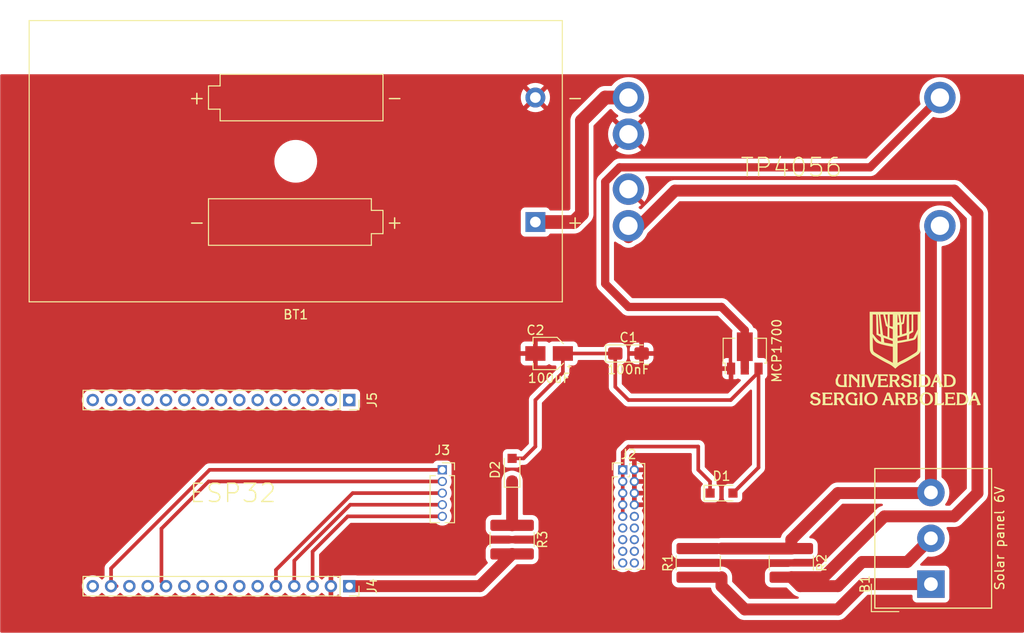
<source format=kicad_pcb>
(kicad_pcb (version 20211014) (generator pcbnew)
  (layers (0 "F.Cu" signal) (31 "B.Cu" signal) (34 "B.Paste" user) (35 "F.Paste" user) (36 "B.SilkS" user "B.Silkscreen") (37 "F.SilkS" user "F.Silkscreen") (38 "B.Mask" user) (39 "F.Mask" user) (44 "Edge.Cuts" user))
  (net 0 "")
  (net 1 "/Vout")
  (net 2 "GND")
  (net 3 "/VBAT")
  (net 4 "/VBMP")
  (net 5 "Net-(D2-Pad1)")
  (net 6 "Net-(J1-Pad1)")
  (net 7 "Net-(J1-Pad2)")
  (net 8 "Net-(J1-Pad3)")
  (net 9 "/SCL_BMP")
  (net 10 "/SDA_BMP")
  (net 11 "/Data_KY")
  (net 12 "/Data_YL")
  (net 13 "/Data_DHT")
  (net 14 "Net-(J4-Pad1)")
  (net 38 "Net-(U4-Pad3)")
  (footprint "Capacitor_Tantalum_SMD:CP_EIA-3216-18_Kemet-A_Pad1.58x1.35mm_HandSolder" (layer "F.Cu") (at 93.98 55.88)
    (fp_text reference "C1" (at 0 -1.75) (layer "F.SilkS"))
    (fp_text value "100nF" (at 0 1.75) (layer "F.SilkS"))
    (pad "1" smd roundrect (at -1.4375 0) (size 1.575 1.35) (layers "F.Cu" "F.Paste" "F.Mask") (roundrect_rratio 0.185185) (net 1 "/Vout"))
    (pad "2" smd roundrect (at 1.4375 0) (size 1.575 1.35) (layers "F.Cu" "F.Paste" "F.Mask") (roundrect_rratio 0.185185) (net 2 "GND"))
  )
  (footprint "Resistor_SMD:R_1218_3246Metric_Pad1.22x4.75mm_HandSolder" (layer "F.Cu") (at 101.6 78.74 90)
    (fp_text reference "R1" (at 0 -3.32 90) (layer "F.SilkS"))
    (fp_text value "2k")
    (pad "1" smd roundrect (at -1.5625 0 90) (size 1.225 4.75) (layers "F.Cu" "F.Paste" "F.Mask") (roundrect_rratio 0.204082) (net 6 "Net-(J1-Pad1)"))
    (pad "2" smd roundrect (at 1.5625 0 90) (size 1.225 4.75) (layers "F.Cu" "F.Paste" "F.Mask") (roundrect_rratio 0.204082) (net 8 "Net-(J1-Pad3)"))
  )
  (footprint "Diode_SMD:D_SOD-323_HandSoldering" (layer "F.Cu") (at 81.28 68.58 90)
    (fp_text reference "D2" (at 0 -1.85 90) (layer "F.SilkS"))
    (fp_text value "1N4001")
    (pad "1" smd rect (at -1.25 0 90) (size 1 1) (layers "F.Cu" "F.Paste" "F.Mask") (net 5 "Net-(D2-Pad1)"))
    (pad "2" smd rect (at 1.25 0 90) (size 1 1) (layers "F.Cu" "F.Paste" "F.Mask") (net 1 "/Vout"))
  )
  (footprint "Resistor_SMD:R_1218_3246Metric_Pad1.22x4.75mm_HandSolder" (layer "F.Cu") (at 81.28 76.2 -90)
    (fp_text reference "R3" (at 0 -3.32 90) (layer "F.SilkS"))
    (fp_text value "47")
    (pad "1" smd roundrect (at -1.5625 0 270) (size 1.225 4.75) (layers "F.Cu" "F.Paste" "F.Mask") (roundrect_rratio 0.204082) (net 5 "Net-(D2-Pad1)"))
    (pad "2" smd roundrect (at 1.5625 0 270) (size 1.225 4.75) (layers "F.Cu" "F.Paste" "F.Mask") (roundrect_rratio 0.204082) (net 14 "Net-(J4-Pad1)"))
  )
  (footprint "Package_TO_SOT_SMD:SOT-89-3" (layer "F.Cu") (at 106.68 55.88 90)
    (fp_text reference "U7" hide)
    (fp_text value "MCP1700" (at 0.3 3.5 90) (layer "F.SilkS"))
    (pad "1" smd rect (at -1.65 -1.5 90) (size 1.3 0.9) (layers "F.Cu" "F.Paste" "F.Mask") (net 2 "GND"))
    (pad "2" smd custom (at -1.5625 0 90) (size 1.475 0.9) (layers "F.Cu" "F.Paste" "F.Mask") (net 38 "Net-(U4-Pad3)") (options (clearance outline) (anchor rect)) (primitives (gr_poly (pts (xy 3.8625 0.8665) (xy 0.7375 0.8665) (xy 0.7375 -0.8665) (xy 3.8625 -0.8665)) (width 0) (fill yes))))
    (pad "3" smd rect (at -1.65 1.5 90) (size 1.3 0.9) (layers "F.Cu" "F.Paste" "F.Mask") (net 1 "/Vout"))
  )
  (footprint "Pines:SERGIO" (layer "F.Cu") (at 123 57)
    (fp_text reference "G***" hide)
    (fp_text value "LOGO" hide)
  )
  (footprint "Diode_SMD:D_SOD-323_HandSoldering" (layer "F.Cu") (at 104.14 71.12)
    (fp_text reference "D1" (at 0 -1.85) (layer "F.SilkS"))
    (fp_text value "1N4001")
    (pad "1" smd rect (at -1.25 0) (size 1 1) (layers "F.Cu" "F.Paste" "F.Mask") (net 4 "/VBMP"))
    (pad "2" smd rect (at 1.25 0) (size 1 1) (layers "F.Cu" "F.Paste" "F.Mask") (net 1 "/Vout"))
  )
  (footprint "Connector_PinSocket_2.00mm:PinSocket_1x15_P2.00mm_Vertical" (layer "F.Cu") (at 63.5 60.96 -90)
    (fp_text reference "J5" (at 0 -2.5 90) (layer "F.SilkS"))
    (fp_text value "ESP32")
    (pad "1" thru_hole rect (at 0 0 270) (size 1.35 1.35) (drill 0.8) (layers *.Cu *.Mask))
    (pad "2" thru_hole oval (at 0 2 270) (size 1.35 1.35) (drill 0.8) (layers *.Cu *.Mask))
    (pad "3" thru_hole oval (at 0 4 270) (size 1.35 1.35) (drill 0.8) (layers *.Cu *.Mask))
    (pad "4" thru_hole oval (at 0 6 270) (size 1.35 1.35) (drill 0.8) (layers *.Cu *.Mask))
    (pad "5" thru_hole oval (at 0 8 270) (size 1.35 1.35) (drill 0.8) (layers *.Cu *.Mask))
    (pad "6" thru_hole oval (at 0 10 270) (size 1.35 1.35) (drill 0.8) (layers *.Cu *.Mask))
    (pad "7" thru_hole oval (at 0 12 270) (size 1.35 1.35) (drill 0.8) (layers *.Cu *.Mask))
    (pad "8" thru_hole oval (at 0 14 270) (size 1.35 1.35) (drill 0.8) (layers *.Cu *.Mask))
    (pad "9" thru_hole oval (at 0 16 270) (size 1.35 1.35) (drill 0.8) (layers *.Cu *.Mask))
    (pad "10" thru_hole oval (at 0 18 270) (size 1.35 1.35) (drill 0.8) (layers *.Cu *.Mask))
    (pad "11" thru_hole oval (at 0 20 270) (size 1.35 1.35) (drill 0.8) (layers *.Cu *.Mask))
    (pad "12" thru_hole oval (at 0 22 270) (size 1.35 1.35) (drill 0.8) (layers *.Cu *.Mask))
    (pad "13" thru_hole oval (at 0 24 270) (size 1.35 1.35) (drill 0.8) (layers *.Cu *.Mask))
    (pad "14" thru_hole oval (at 0 26 270) (size 1.35 1.35) (drill 0.8) (layers *.Cu *.Mask))
    (pad "15" thru_hole oval (at 0 28 270) (size 1.35 1.35) (drill 0.8) (layers *.Cu *.Mask))
  )
  (footprint "Connector_PinSocket_1.27mm:PinSocket_1x05_P1.27mm_Vertical" (layer "F.Cu") (at 73.66 68.58)
    (fp_text reference "J3" (at 0 -2.135) (layer "F.SilkS"))
    (fp_text value "Conn_01x05")
    (pad "1" thru_hole rect (at 0 0) (size 1 1) (drill 0.7) (layers *.Cu *.Mask) (net 9 "/SCL_BMP"))
    (pad "2" thru_hole oval (at 0 1.27) (size 1 1) (drill 0.7) (layers *.Cu *.Mask) (net 10 "/SDA_BMP"))
    (pad "3" thru_hole oval (at 0 2.54) (size 1 1) (drill 0.7) (layers *.Cu *.Mask) (net 11 "/Data_KY"))
    (pad "4" thru_hole oval (at 0 3.81) (size 1 1) (drill 0.7) (layers *.Cu *.Mask) (net 12 "/Data_YL"))
    (pad "5" thru_hole oval (at 0 5.08) (size 1 1) (drill 0.7) (layers *.Cu *.Mask) (net 13 "/Data_DHT"))
  )
  (footprint "Battery:BatteryHolder_MPD_BC2AAPC_2xAA" (layer "F.Cu") (at 83.82 41.53 180)
    (fp_text reference "BT1" (at 26.16 -10.11) (layer "F.SilkS"))
    (fp_text value "Battery_Cell")
    (fp_text user "+" (at -4.34 0) (layer "F.SilkS") (effects (font (size 1.5 1.5))))
    (fp_text user "+" (at 36.955 13.59) (layer "F.SilkS") (effects (font (size 1.5 1.5))))
    (fp_text user "+" (at 15.365 0) (layer "F.SilkS") (effects (font (size 1.5 1.5))))
    (fp_text user "-" (at 36.955 0) (layer "F.SilkS") (effects (font (size 1.5 1.5))))
    (fp_text user "-" (at 15.365 13.59) (layer "F.SilkS") (effects (font (size 1.5 1.5))))
    (fp_text user "-" (at -4.34 13.59) (layer "F.SilkS") (effects (font (size 1.5 1.5))))
    (pad "" np_thru_hole circle (at 26.16 6.63 180) (size 3.65 3.65) (drill 3.65) (layers *.Cu *.Mask))
    (pad "1" thru_hole rect (at 0 0 180) (size 2.17 2.17) (drill 1.17) (layers *.Cu *.Mask) (net 3 "/VBAT"))
    (pad "2" thru_hole circle (at 0 13.59 180) (size 2.17 2.17) (drill 1.17) (layers *.Cu *.Mask) (net 2 "GND"))
  )
  (footprint "Connector_PinSocket_2.00mm:PinSocket_1x15_P2.00mm_Vertical" (layer "F.Cu") (at 63.5 81.28 -90)
    (fp_text reference "J4" (at 0 -2.5 90) (layer "F.SilkS"))
    (fp_text value "Conn_01x15")
    (pad "1" thru_hole rect (at 0 0 270) (size 1.35 1.35) (drill 0.8) (layers *.Cu *.Mask) (net 14 "Net-(J4-Pad1)"))
    (pad "2" thru_hole oval (at 0 2 270) (size 1.35 1.35) (drill 0.8) (layers *.Cu *.Mask) (net 2 "GND"))
    (pad "3" thru_hole oval (at 0 4 270) (size 1.35 1.35) (drill 0.8) (layers *.Cu *.Mask) (net 13 "/Data_DHT"))
    (pad "4" thru_hole oval (at 0 6 270) (size 1.35 1.35) (drill 0.8) (layers *.Cu *.Mask) (net 12 "/Data_YL"))
    (pad "5" thru_hole oval (at 0 8 270) (size 1.35 1.35) (drill 0.8) (layers *.Cu *.Mask) (net 11 "/Data_KY"))
    (pad "6" thru_hole oval (at 0 10 270) (size 1.35 1.35) (drill 0.8) (layers *.Cu *.Mask))
    (pad "7" thru_hole oval (at 0 12 270) (size 1.35 1.35) (drill 0.8) (layers *.Cu *.Mask))
    (pad "8" thru_hole oval (at 0 14 270) (size 1.35 1.35) (drill 0.8) (layers *.Cu *.Mask))
    (pad "9" thru_hole oval (at 0 16 270) (size 1.35 1.35) (drill 0.8) (layers *.Cu *.Mask))
    (pad "10" thru_hole oval (at 0 18 270) (size 1.35 1.35) (drill 0.8) (layers *.Cu *.Mask))
    (pad "11" thru_hole oval (at 0 20 270) (size 1.35 1.35) (drill 0.8) (layers *.Cu *.Mask) (net 10 "/SDA_BMP"))
    (pad "12" thru_hole oval (at 0 22 270) (size 1.35 1.35) (drill 0.8) (layers *.Cu *.Mask))
    (pad "13" thru_hole oval (at 0 24 270) (size 1.35 1.35) (drill 0.8) (layers *.Cu *.Mask))
    (pad "14" thru_hole oval (at 0 26 270) (size 1.35 1.35) (drill 0.8) (layers *.Cu *.Mask) (net 9 "/SCL_BMP"))
    (pad "15" thru_hole oval (at 0 28 270) (size 1.35 1.35) (drill 0.8) (layers *.Cu *.Mask))
  )
  (footprint "Pines:TP4056" (layer "F.Cu") (at 130.98 44.94 180)
    (fp_text reference "U4" hide)
    (fp_text value "TP4056")
    (pad "1" thru_hole circle (at 3 3 180) (size 3.429 3.429) (drill 2) (layers *.Cu *.Mask) (net 8 "Net-(J1-Pad3)"))
    (pad "2" thru_hole circle (at 37 3 180) (size 3.429 3.429) (drill 2) (layers *.Cu *.Mask) (net 7 "Net-(J1-Pad2)"))
    (pad "3" thru_hole circle (at 3 17 180) (size 3.429 3.429) (drill 2) (layers *.Cu *.Mask) (net 38 "Net-(U4-Pad3)"))
    (pad "4" thru_hole circle (at 37 17 180) (size 3.429 3.429) (drill 2) (layers *.Cu *.Mask) (net 3 "/VBAT"))
    (pad "5" thru_hole circle (at 37 7 180) (size 3.429 3.429) (drill 2) (layers *.Cu *.Mask) (net 2 "GND"))
    (pad "6" thru_hole circle (at 37 13 180) (size 3.429 3.429) (drill 2) (layers *.Cu *.Mask) (net 2 "GND"))
  )
  (footprint "Resistor_SMD:R_1218_3246Metric_Pad1.22x4.75mm_HandSolder" (layer "F.Cu") (at 111.76 78.74 -90)
    (fp_text reference "R2" (at 0 -3.32 90) (layer "F.SilkS"))
    (fp_text value "2k")
    (pad "1" smd roundrect (at -1.5625 0 270) (size 1.225 4.75) (layers "F.Cu" "F.Paste" "F.Mask") (roundrect_rratio 0.204082) (net 8 "Net-(J1-Pad3)"))
    (pad "2" smd roundrect (at 1.5625 0 270) (size 1.225 4.75) (layers "F.Cu" "F.Paste" "F.Mask") (roundrect_rratio 0.204082) (net 7 "Net-(J1-Pad2)"))
  )
  (footprint "Connector_PinHeader_1.27mm:PinHeader_2x09_P1.27mm_Vertical" (layer "F.Cu") (at 93.355 68.585)
    (fp_text reference "J2" (at 0.635 -1.695) (layer "F.SilkS"))
    (fp_text value "Conn_2Rows-09Pins")
    (pad "1" thru_hole rect (at 0 0) (size 1 1) (drill 0.65) (layers *.Cu *.Mask) (net 4 "/VBMP"))
    (pad "2" thru_hole oval (at 1.27 0) (size 1 1) (drill 0.65) (layers *.Cu *.Mask) (net 2 "GND"))
    (pad "3" thru_hole oval (at 0 1.27) (size 1 1) (drill 0.65) (layers *.Cu *.Mask) (net 4 "/VBMP"))
    (pad "4" thru_hole oval (at 1.27 1.27) (size 1 1) (drill 0.65) (layers *.Cu *.Mask) (net 2 "GND"))
    (pad "5" thru_hole oval (at 0 2.54) (size 1 1) (drill 0.65) (layers *.Cu *.Mask) (net 4 "/VBMP"))
    (pad "6" thru_hole oval (at 1.27 2.54) (size 1 1) (drill 0.65) (layers *.Cu *.Mask) (net 2 "GND"))
    (pad "7" thru_hole oval (at 0 3.81) (size 1 1) (drill 0.65) (layers *.Cu *.Mask) (net 4 "/VBMP"))
    (pad "8" thru_hole oval (at 1.27 3.81) (size 1 1) (drill 0.65) (layers *.Cu *.Mask) (net 2 "GND"))
    (pad "9" thru_hole oval (at 0 5.08) (size 1 1) (drill 0.65) (layers *.Cu *.Mask) (net 4 "/VBMP"))
    (pad "10" thru_hole oval (at 1.27 5.08) (size 1 1) (drill 0.65) (layers *.Cu *.Mask))
    (pad "11" thru_hole oval (at 0 6.35) (size 1 1) (drill 0.65) (layers *.Cu *.Mask))
    (pad "12" thru_hole oval (at 1.27 6.35) (size 1 1) (drill 0.65) (layers *.Cu *.Mask))
    (pad "13" thru_hole oval (at 0 7.62) (size 1 1) (drill 0.65) (layers *.Cu *.Mask))
    (pad "14" thru_hole oval (at 1.27 7.62) (size 1 1) (drill 0.65) (layers *.Cu *.Mask))
    (pad "15" thru_hole oval (at 0 8.89) (size 1 1) (drill 0.65) (layers *.Cu *.Mask))
    (pad "16" thru_hole oval (at 1.27 8.89) (size 1 1) (drill 0.65) (layers *.Cu *.Mask))
    (pad "17" thru_hole oval (at 0 10.16) (size 1 1) (drill 0.65) (layers *.Cu *.Mask))
    (pad "18" thru_hole oval (at 1.27 10.16) (size 1 1) (drill 0.65) (layers *.Cu *.Mask))
  )
  (footprint "TerminalBlock_Altech:Altech_AK300_1x03_P5.00mm_45-Degree" (layer "F.Cu") (at 127 81.0575 90)
    (fp_text reference "B1" (at 0 -7.2 90) (layer "F.SilkS"))
    (fp_text value "Solar panel 6V" (at 5 7.5 90) (layer "F.SilkS"))
    (pad "1" thru_hole rect (at 0 0 90) (size 3 3) (drill 1.5) (layers *.Cu *.Mask) (net 6 "Net-(J1-Pad1)"))
    (pad "2" thru_hole circle (at 5 0 90) (size 3 3) (drill 1.5) (layers *.Cu *.Mask) (net 7 "Net-(J1-Pad2)"))
    (pad "3" thru_hole circle (at 10 0 90) (size 3 3) (drill 1.5) (layers *.Cu *.Mask) (net 8 "Net-(J1-Pad3)"))
  )
  (footprint "Capacitor_SMD:CP_Elec_3x5.3" (layer "F.Cu") (at 85.32 55.88 180)
    (fp_text reference "100uF" (at 0 -2.7) (layer "F.SilkS"))
    (fp_text value "C_Polarized_US")
    (pad "1" smd rect (at -1.5 0 180) (size 2.2 1.6) (layers "F.Cu" "F.Paste" "F.Mask") (net 1 "/Vout"))
    (pad "2" smd rect (at 1.5 0 180) (size 2.2 1.6) (layers "F.Cu" "F.Paste" "F.Mask") (net 2 "GND"))
  )
  (gr_text "C2" (at 83.82 53.34) (layer "F.SilkS") (effects (font (size 1 1))))
  (gr_text "ESP32" (at 50.8 71.12) (layer "F.SilkS") (effects (font (size 2 2))))
  (gr_text "TP4056\n" (at 111.76 35.56) (layer "F.SilkS") (effects (font (size 2 2))))
  (segment (start 105.39 71.12) (end 108.18 68.33) (width 0.4) (layer "F.Cu") (net 1))
  (segment (start 81.28 67.33) (end 82.53 67.33) (width 0.4) (layer "F.Cu") (net 1))
  (segment (start 86.82 57.96) (end 86.82 55.88) (width 0.4) (layer "F.Cu") (net 1))
  (segment (start 108.18 57.929022) (end 105.149022 60.96) (width 0.4) (layer "F.Cu") (net 1))
  (segment (start 86.82 55.88) (end 92.5425 55.88) (width 0.4) (layer "F.Cu") (net 1))
  (segment (start 93.98 60.96) (end 92.5425 59.5225) (width 0.4) (layer "F.Cu") (net 1))
  (segment (start 83.82 66.04) (end 83.82 60.96) (width 0.4) (layer "F.Cu") (net 1))
  (segment (start 83.82 60.96) (end 86.82 57.96) (width 0.4) (layer "F.Cu") (net 1))
  (segment (start 108.18 68.33) (end 108.18 57.53) (width 0.4) (layer "F.Cu") (net 1))
  (segment (start 82.53 67.33) (end 83.82 66.04) (width 0.4) (layer "F.Cu") (net 1))
  (segment (start 92.5425 59.5225) (end 92.5425 55.88) (width 0.4) (layer "F.Cu") (net 1))
  (segment (start 108.18 57.53) (end 108.18 57.929022) (width 0.4) (layer "F.Cu") (net 1))
  (segment (start 105.149022 60.96) (end 93.98 60.96) (width 0.4) (layer "F.Cu") (net 1))
  (segment (start 83.82 41.53) (end 88.01 41.53) (width 1.5) (layer "F.Cu") (net 3))
  (segment (start 88.01 41.53) (end 88.9 40.64) (width 1.5) (layer "F.Cu") (net 3))
  (segment (start 88.9 30.48) (end 91.44 27.94) (width 1.5) (layer "F.Cu") (net 3))
  (segment (start 91.44 27.94) (end 93.98 27.94) (width 1.5) (layer "F.Cu") (net 3))
  (segment (start 88.9 40.64) (end 88.9 30.48) (width 1.5) (layer "F.Cu") (net 3))
  (segment (start 101.6 66.04) (end 93.98 66.04) (width 0.4) (layer "F.Cu") (net 4))
  (segment (start 93.355 68.585) (end 93.355 73.665) (width 0.4) (layer "F.Cu") (net 4))
  (segment (start 102.89 69.87) (end 101.6 68.58) (width 0.4) (layer "F.Cu") (net 4))
  (segment (start 93.355 66.665) (end 93.355 68.585) (width 0.4) (layer "F.Cu") (net 4))
  (segment (start 101.6 68.58) (end 101.6 66.04) (width 0.4) (layer "F.Cu") (net 4))
  (segment (start 102.89 71.12) (end 102.89 69.87) (width 0.4) (layer "F.Cu") (net 4))
  (segment (start 93.98 66.04) (end 93.355 66.665) (width 0.4) (layer "F.Cu") (net 4))
  (segment (start 81.28 74.6375) (end 81.28 69.83) (width 1.3) (layer "F.Cu") (net 5))
  (segment (start 116.84 83.82) (end 106.68 83.82) (width 1.3) (layer "F.Cu") (net 6))
  (segment (start 104.14 81.28) (end 104.14 80.3025) (width 1.3) (layer "F.Cu") (net 6))
  (segment (start 119.6025 81.0575) (end 116.84 83.82) (width 1.3) (layer "F.Cu") (net 6))
  (segment (start 106.68 83.82) (end 104.14 81.28) (width 1.3) (layer "F.Cu") (net 6))
  (segment (start 127 81.0575) (end 119.6025 81.0575) (width 1.3) (layer "F.Cu") (net 6))
  (segment (start 132.08 40.64) (end 129.54 38.1) (width 1.3) (layer "F.Cu") (net 7))
  (segment (start 93.98 43.18) (end 93.98 41.94) (width 1.3) (layer "F.Cu") (net 7))
  (segment (start 111.76 80.3025) (end 115.2775 80.3025) (width 1.3) (layer "F.Cu") (net 7))
  (segment (start 115.2775 80.3025) (end 121.92 73.66) (width 1.3) (layer "F.Cu") (net 7))
  (segment (start 119.48048 78.63952) (end 116.84 81.28) (width 1.3) (layer "F.Cu") (net 7))
  (segment (start 121.92 73.66) (end 129.54 73.66) (width 1.3) (layer "F.Cu") (net 7))
  (segment (start 112.7375 81.28) (end 111.76 80.3025) (width 1.3) (layer "F.Cu") (net 7))
  (segment (start 129.54 73.66) (end 132.08 71.12) (width 1.3) (layer "F.Cu") (net 7))
  (segment (start 127 76.0575) (end 124.41798 78.63952) (width 1.3) (layer "F.Cu") (net 7))
  (segment (start 124.41798 78.63952) (end 119.48048 78.63952) (width 1.3) (layer "F.Cu") (net 7))
  (segment (start 129.54 38.1) (end 99.06 38.1) (width 1.3) (layer "F.Cu") (net 7))
  (segment (start 99.06 38.1) (end 93.98 43.18) (width 1.3) (layer "F.Cu") (net 7))
  (segment (start 132.08 71.12) (end 132.08 40.64) (width 1.3) (layer "F.Cu") (net 7))
  (segment (start 116.84 81.28) (end 112.7375 81.28) (width 1.3) (layer "F.Cu") (net 7))
  (segment (start 127 42.92) (end 127.98 41.94) (width 1.3) (layer "F.Cu") (net 8))
  (segment (start 111.76 76.2) (end 111.76 77.1775) (width 1.3) (layer "F.Cu") (net 8))
  (segment (start 126.9375 71.12) (end 116.84 71.12) (width 1.3) (layer "F.Cu") (net 8))
  (segment (start 116.84 71.12) (end 111.76 76.2) (width 1.3) (layer "F.Cu") (net 8))
  (segment (start 111.76 77.1775) (end 104.14 77.1775) (width 1.3) (layer "F.Cu") (net 8))
  (segment (start 127 71.0575) (end 127 42.92) (width 1.3) (layer "F.Cu") (net 8))
  (segment (start 127 71.0575) (end 126.9375 71.12) (width 1.3) (layer "F.Cu") (net 8))
  (segment (start 37.5 81.28) (end 38.1 81.28) (width 0.4) (layer "F.Cu") (net 9))
  (segment (start 37.5 81.28) (end 37.5 79.34) (width 0.4) (layer "F.Cu") (net 9))
  (segment (start 48.26 68.58) (end 73.66 68.58) (width 0.4) (layer "F.Cu") (net 9))
  (segment (start 37.5 79.34) (end 48.26 68.58) (width 0.4) (layer "F.Cu") (net 9))
  (segment (start 43.5 81.28) (end 43 80.78) (width 0.4) (layer "F.Cu") (net 10))
  (segment (start 48.15 69.85) (end 73.66 69.85) (width 0.4) (layer "F.Cu") (net 10))
  (segment (start 43 75) (end 48.15 69.85) (width 0.4) (layer "F.Cu") (net 10))
  (segment (start 43 80.78) (end 43 75) (width 0.4) (layer "F.Cu") (net 10))
  (segment (start 55.5 79.5) (end 63.88 71.12) (width 0.4) (layer "F.Cu") (net 11))
  (segment (start 55.5 81.28) (end 55.5 79.5) (width 0.4) (layer "F.Cu") (net 11))
  (segment (start 63.88 71.12) (end 73.66 71.12) (width 0.4) (layer "F.Cu") (net 11))
  (segment (start 63.61 72.39) (end 73.66 72.39) (width 0.4) (layer "F.Cu") (net 12))
  (segment (start 57.5 78.5) (end 63.61 72.39) (width 0.4) (layer "F.Cu") (net 12))
  (segment (start 57.5 81.28) (end 57.5 78.5) (width 0.4) (layer "F.Cu") (net 12))
  (segment (start 59.5 77.5) (end 63.34 73.66) (width 0.4) (layer "F.Cu") (net 13))
  (segment (start 59.5 81.28) (end 59.5 77.5) (width 0.4) (layer "F.Cu") (net 13))
  (segment (start 63.34 73.66) (end 73.66 73.66) (width 0.4) (layer "F.Cu") (net 13))
  (segment (start 77.7625 81.28) (end 81.28 77.7625) (width 1.3) (layer "F.Cu") (net 14))
  (segment (start 63.5 81.28) (end 77.7625 81.28) (width 1.3) (layer "F.Cu") (net 14))
  (segment (start 106.68 57.4425) (end 106.68 53.34) (width 0.9) (layer "F.Cu") (net 38))
  (segment (start 91.44 37.136782) (end 93.016782 35.56) (width 0.9) (layer "F.Cu") (net 38))
  (segment (start 93.98 50.8) (end 91.44 48.26) (width 0.9) (layer "F.Cu") (net 38))
  (segment (start 93.016782 35.56) (end 120.36 35.56) (width 0.9) (layer "F.Cu") (net 38))
  (segment (start 120.36 35.56) (end 127.98 27.94) (width 0.9) (layer "F.Cu") (net 38))
  (segment (start 106.68 53.34) (end 104.14 50.8) (width 0.9) (layer "F.Cu") (net 38))
  (segment (start 91.44 48.26) (end 91.44 37.136782) (width 0.9) (layer "F.Cu") (net 38))
  (segment (start 104.14 50.8) (end 93.98 50.8) (width 0.9) (layer "F.Cu") (net 38))
  (zone (net 2) (net_name "GND") (layer "F.Cu") (connect_pads (clearance 0.508)) (min_thickness 0.254) (fill yes (thermal_gap 0.508) (thermal_bridge_width 0.508))
    (polygon (pts (xy 137.16 86.36) (xy 25.4 86.36) (xy 25.4 25.4) (xy 137.16 25.4)))
  )
)
</source>
